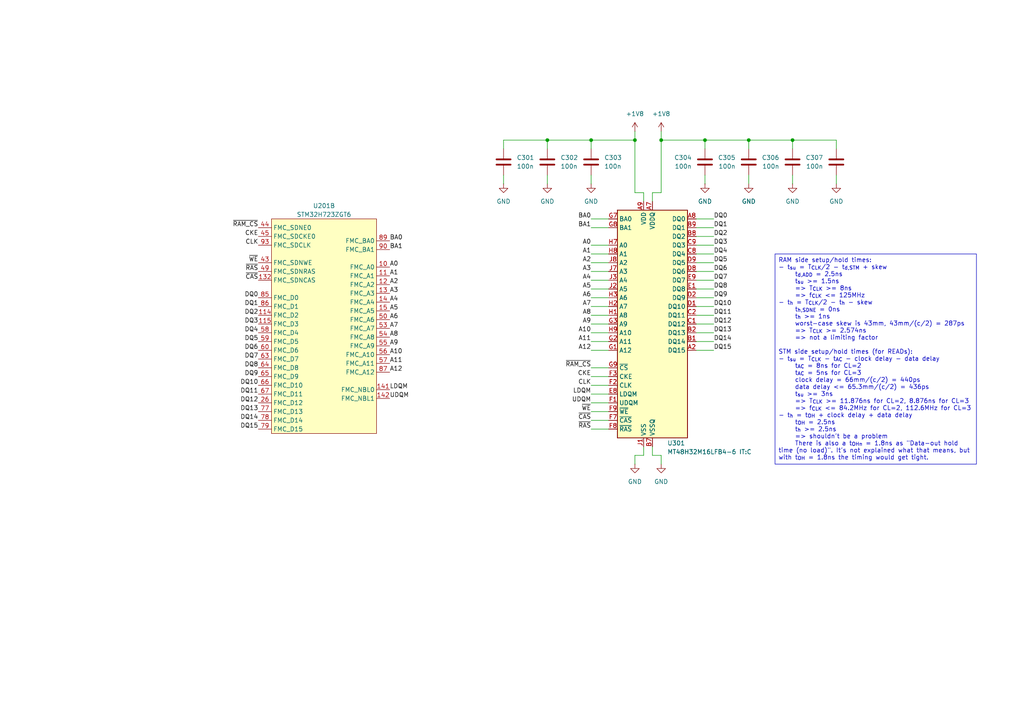
<source format=kicad_sch>
(kicad_sch (version 20231120) (generator "eeschema") (generator_version "8.0")
  (paper "A4")
  (lib_symbols
    (symbol "Device:C" (pin_numbers hide) (pin_names (offset 0.254))
      (property "Reference" "C" (at 0.635 2.54 0))
      (property "Value" "C" (at 0.635 -2.54 0))
      (symbol "C_0_1"
        (polyline (pts (xy -2.032 -0.762) (xy 2.032 -0.762)) (stroke (width 0.508)))
        (polyline (pts (xy -2.032 0.762) (xy 2.032 0.762)) (stroke (width 0.508)))
      )
      (symbol "C_1_1"
        (pin passive line (at 0 3.81 270) (length 2.794) (name "~") (number "1"))
        (pin passive line (at 0 -3.81 90) (length 2.794) (name "~") (number "2"))
      )
    )
    (symbol "FTCU:MT48H32M16LFB4-6"
      (property "Reference" "U" (at -8.89 34.29 0))
      (property "Value" "MT48H32M16LFB4-6" (at 11.684 34.544 0))
      (symbol "MT48H32M16LFB4-6_0_1"
        (rectangle (start -10.16 33.02) (end 10.16 -33.02) (stroke (width 0.254)) (fill (type background)))
      )
      (symbol "MT48H32M16LFB4-6_1_1"
        (pin passive line (at -2.54 -35.56 90) (length 2.54) hide (name "VSS") (number "A1"))
        (pin bidirectional line (at 12.7 -7.62 180) (length 2.54) (name "DQ15") (number "A2"))
        (pin passive line (at 0 -35.56 90) (length 2.54) hide (name "VSSQ") (number "A3"))
        (pin power_in line (at 0 35.56 270) (length 2.54) (name "VDDQ") (number "A7"))
        (pin bidirectional line (at 12.7 30.48 180) (length 2.54) (name "DQ0") (number "A8"))
        (pin power_in line (at -2.54 35.56 270) (length 2.54) (name "VDD") (number "A9"))
        (pin bidirectional line (at 12.7 -5.08 180) (length 2.54) (name "DQ14") (number "B1"))
        (pin bidirectional line (at 12.7 -2.54 180) (length 2.54) (name "DQ13") (number "B2"))
        (pin passive line (at 0 35.56 270) (length 2.54) hide (name "VDDQ") (number "B3"))
        (pin power_in line (at 0 -35.56 90) (length 2.54) (name "VSSQ") (number "B7"))
        (pin bidirectional line (at 12.7 25.4 180) (length 2.54) (name "DQ2") (number "B8"))
        (pin bidirectional line (at 12.7 27.94 180) (length 2.54) (name "DQ1") (number "B9"))
        (pin bidirectional line (at 12.7 0 180) (length 2.54) (name "DQ12") (number "C1"))
        (pin bidirectional line (at 12.7 2.54 180) (length 2.54) (name "DQ11") (number "C2"))
        (pin passive line (at 0 -35.56 90) (length 2.54) hide (name "VSSQ") (number "C3"))
        (pin passive line (at 0 35.56 270) (length 2.54) hide (name "VDDQ") (number "C7"))
        (pin bidirectional line (at 12.7 20.32 180) (length 2.54) (name "DQ4") (number "C8"))
        (pin bidirectional line (at 12.7 22.86 180) (length 2.54) (name "DQ3") (number "C9"))
        (pin bidirectional line (at 12.7 5.08 180) (length 2.54) (name "DQ10") (number "D1"))
        (pin bidirectional line (at 12.7 7.62 180) (length 2.54) (name "DQ9") (number "D2"))
        (pin passive line (at 0 35.56 270) (length 2.54) hide (name "VDDQ") (number "D3"))
        (pin passive line (at 0 -35.56 90) (length 2.54) hide (name "VSSQ") (number "D7"))
        (pin bidirectional line (at 12.7 15.24 180) (length 2.54) (name "DQ6") (number "D8"))
        (pin bidirectional line (at 12.7 17.78 180) (length 2.54) (name "DQ5") (number "D9"))
        (pin bidirectional line (at 12.7 10.16 180) (length 2.54) (name "DQ8") (number "E1"))
        (pin no_connect line (at 10.16 -20.32 180) (length 2.54) hide (name "DNU") (number "E2"))
        (pin passive line (at -2.54 -35.56 90) (length 2.54) hide (name "VSS") (number "E3"))
        (pin passive line (at -2.54 35.56 270) (length 2.54) hide (name "VDD") (number "E7"))
        (pin input line (at -12.7 -20.32 0) (length 2.54) (name "LDQM") (number "E8"))
        (pin bidirectional line (at 12.7 12.7 180) (length 2.54) (name "DQ7") (number "E9"))
        (pin input line (at -12.7 -22.86 0) (length 2.54) (name "UDQM") (number "F1"))
        (pin input line (at -12.7 -17.78 0) (length 2.54) (name "CLK") (number "F2"))
        (pin input line (at -12.7 -15.24 0) (length 2.54) (name "CKE") (number "F3"))
        (pin input line (at -12.7 -27.94 0) (length 2.54) (name "~{CAS}") (number "F7"))
        (pin input line (at -12.7 -30.48 0) (length 2.54) (name "~{RAS}") (number "F8"))
        (pin input line (at -12.7 -25.4 0) (length 2.54) (name "~{WE}") (number "F9"))
        (pin input line (at -12.7 -7.62 0) (length 2.54) (name "A12") (number "G1"))
        (pin input line (at -12.7 -5.08 0) (length 2.54) (name "A11") (number "G2"))
        (pin input line (at -12.7 0 0) (length 2.54) (name "A9") (number "G3"))
        (pin input line (at -12.7 30.48 0) (length 2.54) (name "BA0") (number "G7"))
        (pin input line (at -12.7 27.94 0) (length 2.54) (name "BA1") (number "G8"))
        (pin input line (at -12.7 -12.7 0) (length 2.54) (name "~{CS}") (number "G9"))
        (pin input line (at -12.7 2.54 0) (length 2.54) (name "A8") (number "H1"))
        (pin input line (at -12.7 5.08 0) (length 2.54) (name "A7") (number "H2"))
        (pin input line (at -12.7 7.62 0) (length 2.54) (name "A6") (number "H3"))
        (pin input line (at -12.7 22.86 0) (length 2.54) (name "A0") (number "H7"))
        (pin input line (at -12.7 20.32 0) (length 2.54) (name "A1") (number "H8"))
        (pin input line (at -12.7 -2.54 0) (length 2.54) (name "A10") (number "H9"))
        (pin power_in line (at -2.54 -35.56 90) (length 2.54) (name "VSS") (number "J1"))
        (pin input line (at -12.7 10.16 0) (length 2.54) (name "A5") (number "J2"))
        (pin input line (at -12.7 12.7 0) (length 2.54) (name "A4") (number "J3"))
        (pin input line (at -12.7 15.24 0) (length 2.54) (name "A3") (number "J7"))
        (pin input line (at -12.7 17.78 0) (length 2.54) (name "A2") (number "J8"))
        (pin passive line (at -2.54 35.56 270) (length 2.54) hide (name "VDD") (number "J9"))
      )
    )
    (symbol "FTCU:STM32H723ZG"
      (property "Reference" "U" (at 0 16.764 0))
      (symbol "STM32H723ZG_1_1"
        (rectangle (start -8.89 8.89) (end 7.62 -10.16) (fill (type background)))
        (pin passive line (at 1.27 12.7 270) (length 3.81) hide (name "VCAP") (number "106"))
        (pin passive line (at -1.27 -13.97 90) (length 3.81) hide (name "VSS") (number "107"))
        (pin passive line (at -6.35 12.7 270) (length 3.81) hide (name "VDD") (number "108"))
        (pin passive line (at -1.27 -13.97 90) (length 3.81) hide (name "VSS") (number "120"))
        (pin passive line (at -6.35 12.7 270) (length 3.81) hide (name "VDD") (number "121"))
        (pin passive line (at -1.27 -13.97 90) (length 3.81) hide (name "VSS") (number "130"))
        (pin passive line (at -6.35 12.7 270) (length 3.81) hide (name "VDD") (number "131"))
        (pin passive line (at -6.35 12.7 270) (length 3.81) hide (name "VDD") (number "144"))
        (pin power_in line (at -1.27 -13.97 90) (length 3.81) (name "VSS") (number "16"))
        (pin power_in line (at -6.35 12.7 270) (length 3.81) (name "VDD") (number "17"))
        (pin passive line (at -6.35 12.7 270) (length 3.81) hide (name "VDD") (number "30"))
        (pin power_in line (at 1.27 -13.97 90) (length 3.81) (name "VSSA") (number "31"))
        (pin power_out line (at 3.81 12.7 270) (length 3.81) (name "VREF+") (number "32"))
        (pin power_in line (at -3.81 12.7 270) (length 3.81) (name "VDDA") (number "33"))
        (pin passive line (at -1.27 -13.97 90) (length 3.81) hide (name "VSS") (number "38"))
        (pin passive line (at -6.35 12.7 270) (length 3.81) hide (name "VDD") (number "39"))
        (pin passive line (at -1.27 -13.97 90) (length 3.81) hide (name "VSS") (number "51"))
        (pin passive line (at -6.35 12.7 270) (length 3.81) hide (name "VDD") (number "52"))
        (pin power_in line (at 6.35 12.7 270) (length 3.81) (name "VBAT") (number "6"))
        (pin passive line (at -1.27 -13.97 90) (length 3.81) hide (name "VSS") (number "61"))
        (pin passive line (at -6.35 12.7 270) (length 3.81) hide (name "VDD") (number "62"))
        (pin power_out line (at 1.27 12.7 270) (length 3.81) (name "VCAP") (number "71"))
        (pin passive line (at -6.35 12.7 270) (length 3.81) hide (name "VDD") (number "72"))
        (pin passive line (at -1.27 -13.97 90) (length 3.81) hide (name "VSS") (number "83"))
        (pin passive line (at -6.35 12.7 270) (length 3.81) hide (name "VDD") (number "84"))
        (pin passive line (at -1.27 -13.97 90) (length 3.81) hide (name "VSS") (number "94"))
        (pin power_in line (at -1.27 12.7 270) (length 3.81) (name "VDD33USB") (number "95"))
      )
      (symbol "STM32H723ZG_2_1"
        (rectangle (start -15.24 30.48) (end 15.24 -31.75) (fill (type background)))
        (pin output line (at 19.05 16.51 180) (length 3.81) (name "FMC_A0") (number "10"))
        (pin output line (at 19.05 13.97 180) (length 3.81) (name "FMC_A1") (number "11"))
        (pin bidirectional line (at -19.05 2.54 0) (length 3.81) (name "FMC_D2") (number "114"))
        (pin bidirectional line (at -19.05 0 0) (length 3.81) (name "FMC_D3") (number "115"))
        (pin output line (at 19.05 11.43 180) (length 3.81) (name "FMC_A2") (number "12"))
        (pin output line (at 19.05 8.89 180) (length 3.81) (name "FMC_A3") (number "13"))
        (pin output line (at -19.05 12.7 0) (length 3.81) (name "FMC_SDNCAS") (number "132"))
        (pin output line (at 19.05 6.35 180) (length 3.81) (name "FMC_A4") (number "14"))
        (pin output line (at 19.05 -19.05 180) (length 3.81) (name "FMC_NBL0") (number "141"))
        (pin output line (at 19.05 -21.59 180) (length 3.81) (name "FMC_NBL1") (number "142"))
        (pin output line (at 19.05 3.81 180) (length 3.81) (name "FMC_A5") (number "15"))
        (pin bidirectional line (at -19.05 -22.86 0) (length 3.81) (name "FMC_D12") (number "26"))
        (pin output line (at -19.05 17.78 0) (length 3.81) (name "FMC_SDNWE") (number "43"))
        (pin output line (at -19.05 27.94 0) (length 3.81) (name "FMC_SDNE0") (number "44"))
        (pin output line (at -19.05 25.4 0) (length 3.81) (name "FMC_SDCKE0") (number "45"))
        (pin output line (at -19.05 15.24 0) (length 3.81) (name "FMC_SDNRAS") (number "49"))
        (pin output line (at 19.05 1.27 180) (length 3.81) (name "FMC_A6") (number "50"))
        (pin output line (at 19.05 -1.27 180) (length 3.81) (name "FMC_A7") (number "53"))
        (pin output line (at 19.05 -3.81 180) (length 3.81) (name "FMC_A8") (number "54"))
        (pin output line (at 19.05 -6.35 180) (length 3.81) (name "FMC_A9") (number "55"))
        (pin output line (at 19.05 -8.89 180) (length 3.81) (name "FMC_A10") (number "56"))
        (pin output line (at 19.05 -11.43 180) (length 3.81) (name "FMC_A11") (number "57"))
        (pin bidirectional line (at -19.05 -2.54 0) (length 3.81) (name "FMC_D4") (number "58"))
        (pin bidirectional line (at -19.05 -5.08 0) (length 3.81) (name "FMC_D5") (number "59"))
        (pin bidirectional line (at -19.05 -7.62 0) (length 3.81) (name "FMC_D6") (number "60"))
        (pin bidirectional line (at -19.05 -10.16 0) (length 3.81) (name "FMC_D7") (number "63"))
        (pin bidirectional line (at -19.05 -12.7 0) (length 3.81) (name "FMC_D8") (number "64"))
        (pin bidirectional line (at -19.05 -15.24 0) (length 3.81) (name "FMC_D9") (number "65"))
        (pin bidirectional line (at -19.05 -17.78 0) (length 3.81) (name "FMC_D10") (number "66"))
        (pin bidirectional line (at -19.05 -20.32 0) (length 3.81) (name "FMC_D11") (number "67"))
        (pin bidirectional line (at -19.05 -25.4 0) (length 3.81) (name "FMC_D13") (number "77"))
        (pin bidirectional line (at -19.05 -27.94 0) (length 3.81) (name "FMC_D14") (number "78"))
        (pin bidirectional line (at -19.05 -30.48 0) (length 3.81) (name "FMC_D15") (number "79"))
        (pin bidirectional line (at -19.05 7.62 0) (length 3.81) (name "FMC_D0") (number "85"))
        (pin bidirectional line (at -19.05 5.08 0) (length 3.81) (name "FMC_D1") (number "86"))
        (pin output line (at 19.05 -13.97 180) (length 3.81) (name "FMC_A12") (number "87"))
        (pin output line (at 19.05 24.13 180) (length 3.81) (name "FMC_BA0") (number "89"))
        (pin output line (at 19.05 21.59 180) (length 3.81) (name "FMC_BA1") (number "90"))
        (pin output line (at -19.05 22.86 0) (length 3.81) (name "FMC_SDCLK") (number "93"))
      )
      (symbol "STM32H723ZG_3_1"
        (rectangle (start -17.78 15.24) (end 17.78 -14.605) (fill (type background)))
        (pin bidirectional line (at 21.59 0 180) (length 3.81) (name "OCTOSPIM_P1_IO2") (number "1"))
        (pin bidirectional line (at -21.59 0 0) (length 3.81) (name "SDMMC1_D2") (number "111"))
        (pin bidirectional line (at -21.59 -2.54 0) (length 3.81) (name "SDMMC1_D3") (number "112"))
        (pin output line (at -21.59 12.7 0) (length 3.81) (name "SDMMC1_CK") (number "113"))
        (pin output line (at -21.59 10.16 0) (length 3.81) (name "SDMMC1_CMD") (number "116"))
        (pin input line (at -21.59 -7.62 0) (length 3.81) (name "SD_Detect") (number "117"))
        (pin output line (at 21.59 -12.7 180) (length 3.81) (name "EEPROM_WP") (number "129"))
        (pin output line (at 21.59 -7.62 180) (length 3.81) (name "I2C1_SCL") (number "136"))
        (pin tri_state line (at 21.59 -10.16 180) (length 3.81) (name "I2C1_SDA") (number "137"))
        (pin bidirectional line (at 21.59 5.08 180) (length 3.81) (name "OCTOSPIM_P1_IO0") (number "20"))
        (pin bidirectional line (at 21.59 2.54 180) (length 3.81) (name "OCTOSPIM_P1_IO1") (number "21"))
        (pin output line (at 21.59 12.7 180) (length 3.81) (name "OCTOSPIM_P1_CLK") (number "22"))
        (pin bidirectional line (at 21.59 -2.54 180) (length 3.81) (name "OCTOSPIM_P1_IO3") (number "35"))
        (pin output line (at 21.59 10.16 180) (length 3.81) (name "OCTOSPIM_P1_NCS") (number "69"))
        (pin bidirectional line (at -21.59 5.08 0) (length 3.81) (name "SDMMC1_D0") (number "98"))
        (pin bidirectional line (at -21.59 2.54 0) (length 3.81) (name "SDMMC1_D1") (number "99"))
      )
      (symbol "STM32H723ZG_4_1"
        (rectangle (start -13.97 12.7) (end 12.7 -12.7) (fill (type background)))
        (pin bidirectional line (at 16.51 7.62 180) (length 3.81) (name "DEBUG_JTMS-SWDIO") (number "105"))
        (pin input line (at 16.51 10.16 180) (length 3.81) (name "DEBUG_JTCK-SWCLK") (number "109"))
        (pin output line (at 16.51 5.08 180) (length 3.81) (name "DEBUG_JTDO-SWO") (number "133"))
        (pin input line (at 16.51 -2.54 180) (length 3.81) (name "BOOT0") (number "138"))
        (pin input line (at 16.51 -7.62 180) (length 3.81) (name "PDR_ON") (number "143"))
        (pin input line (at -17.78 -7.62 0) (length 3.81) (name "RCC_OSC_IN") (number "23"))
        (pin output line (at -17.78 -10.16 0) (length 3.81) (name "RCC_OSC_OUT") (number "24"))
        (pin bidirectional line (at 16.51 0 180) (length 3.81) (name "NRST") (number "25"))
        (pin input line (at -17.78 0 0) (length 3.81) (name "RCC_OSC32_IN") (number "8"))
        (pin output line (at -17.78 -2.54 0) (length 3.81) (name "RCC_OSC32_OUT") (number "9"))
      )
      (symbol "STM32H723ZG_5_1"
        (rectangle (start -15.24 8.89) (end 16.51 -8.89) (fill (type background)))
        (pin input line (at -19.05 -2.54 0) (length 3.81) (name "USB_OTG_HS_VBUS") (number "101"))
        (pin output line (at -19.05 -5.08 0) (length 3.81) (name "USB_EnablePullup") (number "102"))
        (pin bidirectional line (at -19.05 5.08 0) (length 3.81) (name "USB_OTG_HS_DM") (number "103"))
        (pin bidirectional line (at -19.05 2.54 0) (length 3.81) (name "USB_OTG_HS_DP") (number "104"))
        (pin input line (at 20.32 6.35 180) (length 3.81) (name "FDCAN1_RX") (number "139"))
        (pin output line (at 20.32 3.81 180) (length 3.81) (name "FDCAN1_TX") (number "140"))
        (pin input line (at 20.32 -3.81 180) (length 3.81) (name "FDCAN3_RX") (number "18"))
        (pin output line (at 20.32 -6.35 180) (length 3.81) (name "FDCAN3_TX") (number "19"))
        (pin input line (at 20.32 1.27 180) (length 3.81) (name "FDCAN2_RX") (number "73"))
        (pin output line (at 20.32 -1.27 180) (length 3.81) (name "FDCAN2_TX") (number "74"))
      )
      (symbol "STM32H723ZG_6_1"
        (rectangle (start -39.37 85.09) (end -22.86 21.59) (fill (type background)))
        (pin output line (at -43.18 53.34 0) (length 3.81) (name "MCO1") (number "100"))
        (pin no_connect line (at -43.18 50.8 0) (length 3.81) (name "PA15") (number "110"))
        (pin no_connect line (at -43.18 48.26 0) (length 3.81) (name "PD4") (number "118"))
        (pin no_connect line (at -43.18 45.72 0) (length 3.81) (name "PD5") (number "119"))
        (pin no_connect line (at -43.18 43.18 0) (length 3.81) (name "PD6") (number "122"))
        (pin no_connect line (at -43.18 40.64 0) (length 3.81) (name "PD7") (number "123"))
        (pin output line (at -19.05 34.29 180) (length 3.81) (name "STATUS1") (number "124"))
        (pin output line (at -19.05 31.75 180) (length 3.81) (name "STATUS2") (number "125"))
        (pin output line (at -19.05 29.21 180) (length 3.81) (name "STATUS3") (number "126"))
        (pin output line (at -19.05 26.67 180) (length 3.81) (name "STATUS4") (number "127"))
        (pin no_connect line (at -43.18 38.1 0) (length 3.81) (name "PG13") (number "128"))
        (pin no_connect line (at -43.18 35.56 0) (length 3.81) (name "PB4") (number "134"))
        (pin output line (at -19.05 24.13 180) (length 3.81) (name "BOOT0_CHARGE") (number "135"))
        (pin no_connect line (at -19.05 82.55 180) (length 3.81) (name "PE3") (number "2"))
        (pin no_connect line (at -19.05 69.85 180) (length 3.81) (name "PC1") (number "27"))
        (pin no_connect line (at -19.05 67.31 180) (length 3.81) (name "PC2_C") (number "28"))
        (pin no_connect line (at -19.05 64.77 180) (length 3.81) (name "PC3_C") (number "29"))
        (pin no_connect line (at -19.05 80.01 180) (length 3.81) (name "PE4") (number "3"))
        (pin no_connect line (at -19.05 62.23 180) (length 3.81) (name "PA0") (number "34"))
        (pin no_connect line (at -19.05 59.69 180) (length 3.81) (name "PA2") (number "36"))
        (pin no_connect line (at -19.05 57.15 180) (length 3.81) (name "PA3") (number "37"))
        (pin no_connect line (at -19.05 77.47 180) (length 3.81) (name "PE5") (number "4"))
        (pin no_connect line (at -19.05 54.61 180) (length 3.81) (name "PA4") (number "40"))
        (pin no_connect line (at -19.05 52.07 180) (length 3.81) (name "PA5") (number "41"))
        (pin no_connect line (at -19.05 49.53 180) (length 3.81) (name "PA6") (number "42"))
        (pin no_connect line (at -19.05 46.99 180) (length 3.81) (name "PB0") (number "46"))
        (pin no_connect line (at -19.05 44.45 180) (length 3.81) (name "PB1") (number "47"))
        (pin no_connect line (at -19.05 41.91 180) (length 3.81) (name "PB2") (number "48"))
        (pin no_connect line (at -19.05 74.93 180) (length 3.81) (name "PE6") (number "5"))
        (pin no_connect line (at -19.05 39.37 180) (length 3.81) (name "PE15") (number "68"))
        (pin no_connect line (at -19.05 72.39 180) (length 3.81) (name "PC13") (number "7"))
        (pin no_connect line (at -19.05 36.83 180) (length 3.81) (name "PB11") (number "70"))
        (pin no_connect line (at -43.18 78.74 0) (length 3.81) (name "PB14") (number "75"))
        (pin no_connect line (at -43.18 76.2 0) (length 3.81) (name "PB15") (number "76"))
        (pin no_connect line (at -43.18 73.66 0) (length 3.81) (name "PD11") (number "80"))
        (pin no_connect line (at -43.18 71.12 0) (length 3.81) (name "PD12") (number "81"))
        (pin no_connect line (at -43.18 68.58 0) (length 3.81) (name "PD13") (number "82"))
        (pin no_connect line (at -43.18 66.04 0) (length 3.81) (name "PG3") (number "88"))
        (pin no_connect line (at -43.18 63.5 0) (length 3.81) (name "PG6") (number "91"))
        (pin no_connect line (at -43.18 60.96 0) (length 3.81) (name "PG7") (number "92"))
        (pin no_connect line (at -43.18 58.42 0) (length 3.81) (name "PC6") (number "96"))
        (pin no_connect line (at -43.18 55.88 0) (length 3.81) (name "PC7") (number "97"))
      )
    )
    (symbol "power:+1V8" (power) (pin_numbers hide) (pin_names (offset 0) hide)
      (property "Value" "+1V8" (at 0 3.556 0))
      (symbol "+1V8_0_1"
        (polyline (pts (xy -0.762 1.27) (xy 0 2.54)))
        (polyline (pts (xy 0 0) (xy 0 2.54)))
        (polyline (pts (xy 0 2.54) (xy 0.762 1.27)))
      )
      (symbol "+1V8_1_1"
        (pin power_in line (at 0 0 90) (length 0) (name "~") (number "1"))
      )
    )
    (symbol "power:GND" (power) (pin_numbers hide) (pin_names (offset 0) hide)
      (property "Value" "GND" (at 0 -3.81 0))
      (symbol "GND_0_1"
        (polyline (pts (xy 0 0) (xy 0 -1.27) (xy 1.27 -1.27) (xy 0 -2.54) (xy -1.27 -1.27) (xy 0 -1.27)))
      )
      (symbol "GND_1_1"
        (pin power_in line (at 0 0 270) (length 0) (name "~") (number "1"))
      )
    )
  )
  (junction (at 171.45 40.64))
  (junction (at 204.47 40.64))
  (junction (at 184.15 40.64))
  (junction (at 217.17 40.64))
  (junction (at 158.75 40.64))
  (junction (at 191.77 40.64))
  (junction (at 229.87 40.64))
  (wire (pts (xy 207.01 99.06) (xy 201.93 99.06)))
  (wire (pts (xy 158.75 40.64) (xy 146.05 40.64)))
  (wire (pts (xy 207.01 63.5) (xy 201.93 63.5)))
  (wire (pts (xy 217.17 40.64) (xy 229.87 40.64)))
  (wire (pts (xy 171.45 78.74) (xy 176.53 78.74)))
  (wire (pts (xy 207.01 76.2) (xy 201.93 76.2)))
  (wire (pts (xy 229.87 40.64) (xy 242.57 40.64)))
  (wire (pts (xy 171.45 40.64) (xy 158.75 40.64)))
  (wire (pts (xy 171.45 114.3) (xy 176.53 114.3)))
  (wire (pts (xy 204.47 40.64) (xy 204.47 43.18)))
  (wire (pts (xy 171.45 86.36) (xy 176.53 86.36)))
  (wire (pts (xy 189.23 58.42) (xy 189.23 55.88)))
  (wire (pts (xy 171.45 40.64) (xy 171.45 43.18)))
  (wire (pts (xy 171.45 93.98) (xy 176.53 93.98)))
  (wire (pts (xy 171.45 101.6) (xy 176.53 101.6)))
  (wire (pts (xy 204.47 50.8) (xy 204.47 53.34)))
  (wire (pts (xy 171.45 109.22) (xy 176.53 109.22)))
  (wire (pts (xy 207.01 86.36) (xy 201.93 86.36)))
  (wire (pts (xy 217.17 40.64) (xy 217.17 43.18)))
  (wire (pts (xy 186.69 55.88) (xy 184.15 55.88)))
  (wire (pts (xy 207.01 81.28) (xy 201.93 81.28)))
  (wire (pts (xy 186.69 58.42) (xy 186.69 55.88)))
  (wire (pts (xy 171.45 76.2) (xy 176.53 76.2)))
  (wire (pts (xy 171.45 73.66) (xy 176.53 73.66)))
  (wire (pts (xy 242.57 40.64) (xy 242.57 43.18)))
  (wire (pts (xy 229.87 40.64) (xy 229.87 43.18)))
  (wire (pts (xy 207.01 83.82) (xy 201.93 83.82)))
  (wire (pts (xy 158.75 40.64) (xy 158.75 43.18)))
  (wire (pts (xy 171.45 99.06) (xy 176.53 99.06)))
  (wire (pts (xy 171.45 63.5) (xy 176.53 63.5)))
  (wire (pts (xy 171.45 71.12) (xy 176.53 71.12)))
  (wire (pts (xy 207.01 73.66) (xy 201.93 73.66)))
  (wire (pts (xy 204.47 40.64) (xy 217.17 40.64)))
  (wire (pts (xy 207.01 101.6) (xy 201.93 101.6)))
  (wire (pts (xy 207.01 91.44) (xy 201.93 91.44)))
  (wire (pts (xy 217.17 50.8) (xy 217.17 53.34)))
  (wire (pts (xy 171.45 96.52) (xy 176.53 96.52)))
  (wire (pts (xy 207.01 96.52) (xy 201.93 96.52)))
  (wire (pts (xy 171.45 124.46) (xy 176.53 124.46)))
  (wire (pts (xy 171.45 106.68) (xy 176.53 106.68)))
  (wire (pts (xy 186.69 132.08) (xy 184.15 132.08)))
  (wire (pts (xy 184.15 40.64) (xy 171.45 40.64)))
  (wire (pts (xy 207.01 66.04) (xy 201.93 66.04)))
  (wire (pts (xy 146.05 40.64) (xy 146.05 43.18)))
  (wire (pts (xy 171.45 66.04) (xy 176.53 66.04)))
  (wire (pts (xy 184.15 55.88) (xy 184.15 40.64)))
  (wire (pts (xy 171.45 111.76) (xy 176.53 111.76)))
  (wire (pts (xy 189.23 129.54) (xy 189.23 132.08)))
  (wire (pts (xy 207.01 68.58) (xy 201.93 68.58)))
  (wire (pts (xy 171.45 81.28) (xy 176.53 81.28)))
  (wire (pts (xy 229.87 50.8) (xy 229.87 53.34)))
  (wire (pts (xy 158.75 50.8) (xy 158.75 53.34)))
  (wire (pts (xy 171.45 121.92) (xy 176.53 121.92)))
  (wire (pts (xy 171.45 88.9) (xy 176.53 88.9)))
  (wire (pts (xy 207.01 71.12) (xy 201.93 71.12)))
  (wire (pts (xy 171.45 116.84) (xy 176.53 116.84)))
  (wire (pts (xy 184.15 132.08) (xy 184.15 134.62)))
  (wire (pts (xy 191.77 132.08) (xy 191.77 134.62)))
  (wire (pts (xy 207.01 88.9) (xy 201.93 88.9)))
  (wire (pts (xy 186.69 129.54) (xy 186.69 132.08)))
  (wire (pts (xy 171.45 83.82) (xy 176.53 83.82)))
  (wire (pts (xy 171.45 50.8) (xy 171.45 53.34)))
  (wire (pts (xy 171.45 91.44) (xy 176.53 91.44)))
  (wire (pts (xy 171.45 119.38) (xy 176.53 119.38)))
  (wire (pts (xy 189.23 132.08) (xy 191.77 132.08)))
  (wire (pts (xy 146.05 50.8) (xy 146.05 53.34)))
  (wire (pts (xy 242.57 50.8) (xy 242.57 53.34)))
  (wire (pts (xy 191.77 40.64) (xy 204.47 40.64)))
  (wire (pts (xy 191.77 55.88) (xy 191.77 40.64)))
  (wire (pts (xy 191.77 40.64) (xy 191.77 38.1)))
  (wire (pts (xy 184.15 40.64) (xy 184.15 38.1)))
  (wire (pts (xy 207.01 93.98) (xy 201.93 93.98)))
  (wire (pts (xy 207.01 78.74) (xy 201.93 78.74)))
  (wire (pts (xy 189.23 55.88) (xy 191.77 55.88)))
  (text_box "RAM side setup/hold times:\n- t_{su} = T_{CLK}/2 - t_{d,STM} + skew\n	t_{d,ADD} = 2.5ns\n	t_{su} >= 1.5ns\n	=> T_{CLK} >= 8ns\n	=> f_{CLK} <= 125MHz\n- t_{h} = T_{CLK}/2 - t_{h} - skew\n	t_{h,SDNE} = 0ns\n	t_{h} >= 1ns\n	worst-case skew is 43mm, 43mm/(c/2) = 287ps\n	=> T_{CLK} >= 2.574ns\n	=> not a limiting factor\n\nSTM side setup/hold times (for READs):\n- t_{su} = T_{CLK} - t_{AC} - clock delay - data delay\n	t_{AC} = 8ns for CL=2\n	t_{AC} = 5ns for CL=3\n	clock delay = 66mm/(c/2) = 440ps\n	data delay <= 65.3mm/(c/2) = 436ps\n	t_{su} >= 3ns\n	=> T_{CLK} >= 11.876ns for CL=2, 8.876ns for CL=3\n	=> f_{CLK} <= 84.2MHz for CL=2, 112.6MHz for CL=3\n- t_{h} = t_{OH} + clock delay + data delay\n	t_{OH} = 2.5ns\n	t_{h} >= 2.5ns\n	=> shouldn't be a problem\n	There is also a t_{OHn} = 1.8ns as \"Data-out hold time (no load)\". It's not explained what that means, but with t_{OH} = 1.8ns the timing would get tight." (at 224.79 73.66 0) (size 58.42 60.96) (effects (font (size 1.27 1.27)) (justify left top)))
  (label "DQ8" (at 74.93 106.68 180))
  (label "A12" (at 113.03 107.95 0))
  (label "UDQM" (at 171.45 116.84 180))
  (label "A8" (at 113.03 97.79 0))
  (label "DQ8" (at 207.01 83.82 0))
  (label "DQ6" (at 207.01 78.74 0))
  (label "A10" (at 113.03 102.87 0))
  (label "A9" (at 171.45 93.98 180))
  (label "DQ15" (at 207.01 101.6 0))
  (label "DQ10" (at 207.01 88.9 0))
  (label "DQ14" (at 74.93 121.92 180))
  (label "BA0" (at 171.45 63.5 180) (effects (font (thickness 0.1588))))
  (label "UDQM" (at 113.03 115.57 0))
  (label "DQ14" (at 207.01 99.06 0))
  (label "A8" (at 171.45 91.44 180))
  (label "DQ10" (at 74.93 111.76 180))
  (label "BA1" (at 113.03 72.39 0) (effects (font (thickness 0.1588))))
  (label "DQ0" (at 74.93 86.36 180))
  (label "DQ4" (at 74.93 96.52 180))
  (label "~{RAS}" (at 74.93 78.74 180))
  (label "A6" (at 171.45 86.36 180))
  (label "CLK" (at 74.93 71.12 180))
  (label "DQ5" (at 207.01 76.2 0))
  (label "A0" (at 113.03 77.47 0) (effects (font (thickness 0.1588))))
  (label "A1" (at 113.03 80.01 0))
  (label "DQ2" (at 207.01 68.58 0))
  (label "~{WE}" (at 74.93 76.2 180))
  (label "~{CAS}" (at 74.93 81.28 180))
  (label "A3" (at 113.03 85.09 0))
  (label "DQ12" (at 207.01 93.98 0))
  (label "~{WE}" (at 171.45 119.38 180))
  (label "CLK" (at 171.45 111.76 180))
  (label "DQ9" (at 74.93 109.22 180))
  (label "CKE" (at 171.45 109.22 180))
  (label "A10" (at 171.45 96.52 180))
  (label "A2" (at 113.03 82.55 0))
  (label "CKE" (at 74.93 68.58 180))
  (label "DQ5" (at 74.93 99.06 180))
  (label "BA0" (at 113.03 69.85 0) (effects (font (thickness 0.1588))))
  (label "DQ15" (at 74.93 124.46 180))
  (label "DQ13" (at 207.01 96.52 0))
  (label "A11" (at 113.03 105.41 0))
  (label "A7" (at 171.45 88.9 180))
  (label "DQ9" (at 207.01 86.36 0))
  (label "A4" (at 113.03 87.63 0))
  (label "DQ6" (at 74.93 101.6 180))
  (label "A3" (at 171.45 78.74 180))
  (label "~{RAS}" (at 171.45 124.46 180))
  (label "DQ3" (at 207.01 71.12 0))
  (label "DQ12" (at 74.93 116.84 180))
  (label "LDQM" (at 171.45 114.3 180))
  (label "A5" (at 113.03 90.17 0))
  (label "DQ2" (at 74.93 91.44 180))
  (label "DQ1" (at 207.01 66.04 0))
  (label "A4" (at 171.45 81.28 180))
  (label "A9" (at 113.03 100.33 0))
  (label "~{CAS}" (at 171.45 121.92 180))
  (label "DQ1" (at 74.93 88.9 180))
  (label "BA1" (at 171.45 66.04 180) (effects (font (thickness 0.1588))))
  (label "~{RAM_CS}" (at 171.45 106.68 180))
  (label "A11" (at 171.45 99.06 180))
  (label "DQ7" (at 207.01 81.28 0))
  (label "~{RAM_CS}" (at 74.93 66.04 180))
  (label "A7" (at 113.03 95.25 0))
  (label "DQ0" (at 207.01 63.5 0))
  (label "A6" (at 113.03 92.71 0))
  (label "DQ3" (at 74.93 93.98 180))
  (label "DQ7" (at 74.93 104.14 180))
  (label "A1" (at 171.45 73.66 180))
  (label "LDQM" (at 113.03 113.03 0))
  (label "A2" (at 171.45 76.2 180))
  (label "DQ11" (at 74.93 114.3 180))
  (label "A12" (at 171.45 101.6 180))
  (label "DQ13" (at 74.93 119.38 180))
  (label "DQ11" (at 207.01 91.44 0))
  (label "A0" (at 171.45 71.12 180) (effects (font (thickness 0.1588))))
  (label "DQ4" (at 207.01 73.66 0))
  (label "A5" (at 171.45 83.82 180))
  (symbol (lib_id "Device:C") (at 204.47 46.99 0) (mirror x) (unit 1)
    (property "Reference" "C304" (at 200.66 45.7199 0) (effects (justify right)))
    (property "Value" "100n" (at 200.66 48.2599 0) (effects (justify right)))
    (property "Footprint" "Capacitor_SMD:C_0402_1005Metric" (effects (hide yes)))
    (property "Description" "Unpolarized capacitor" (effects (hide yes)))
  )
  (symbol (lib_id "power:+1V8") (at 191.77 38.1 0) (unit 1)
    (property "Reference" "#PWR0302" (effects (hide yes)))
    (property "Value" "+1V8" (at 191.77 33.02 0))
    (property "Description" "Power symbol creates a global label with name \"+1V8\"" (effects (hide yes)))
  )
  (symbol (lib_id "power:GND") (at 191.77 134.62 0) (unit 1)
    (property "Reference" "#PWR0311" (effects (hide yes)))
    (property "Value" "GND" (at 191.77 139.7 0))
    (property "Description" "Power symbol creates a global label with name \"GND\" , ground" (effects (hide yes)))
  )
  (symbol (lib_id "Device:C") (at 242.57 46.99 0) (mirror x) (unit 1)
    (property "Reference" "C307" (at 238.76 45.7199 0) (effects (justify right)))
    (property "Value" "100n" (at 238.76 48.2599 0) (effects (justify right)))
    (property "Footprint" "Capacitor_SMD:C_0402_1005Metric" (effects (hide yes)))
    (property "Description" "Unpolarized capacitor" (effects (hide yes)))
  )
  (symbol (lib_id "Device:C") (at 158.75 46.99 180) (unit 1)
    (property "Reference" "C302" (at 162.56 45.7199 0) (effects (justify right)))
    (property "Value" "100n" (at 162.56 48.2599 0) (effects (justify right)))
    (property "Footprint" "Capacitor_SMD:C_0402_1005Metric" (effects (hide yes)))
    (property "Description" "Unpolarized capacitor" (effects (hide yes)))
  )
  (symbol (lib_id "power:GND") (at 158.75 53.34 0) (unit 1)
    (property "Reference" "#PWR0304" (effects (hide yes)))
    (property "Value" "GND" (at 158.75 58.42 0))
    (property "Description" "Power symbol creates a global label with name \"GND\" , ground" (effects (hide yes)))
  )
  (symbol (lib_id "power:GND") (at 204.47 53.34 0) (mirror y) (unit 1)
    (property "Reference" "#PWR0306" (effects (hide yes)))
    (property "Value" "GND" (at 204.47 58.42 0))
    (property "Description" "Power symbol creates a global label with name \"GND\" , ground" (effects (hide yes)))
  )
  (symbol (lib_id "FTCU:STM32H723ZG") (at 93.98 93.98 0) (unit 2)
    (property "Reference" "U201" (at 93.98 59.69 0))
    (property "Value" "STM32H723ZGT6" (at 93.98 62.23 0))
    (property "Footprint" "Package_QFP:LQFP-144_20x20mm_P0.5mm" (effects (hide yes)))
    (property "Datasheet" "https://www.st.com/resource/en/datasheet/stm32h723zg.pdf" (effects (hide yes)))
  )
  (symbol (lib_id "Device:C") (at 146.05 46.99 180) (unit 1)
    (property "Reference" "C301" (at 149.86 45.7199 0) (effects (justify right)))
    (property "Value" "100n" (at 149.86 48.2599 0) (effects (justify right)))
    (property "Footprint" "Capacitor_SMD:C_0402_1005Metric" (effects (hide yes)))
    (property "Description" "Unpolarized capacitor" (effects (hide yes)))
  )
  (symbol (lib_id "power:+1V8") (at 184.15 38.1 0) (unit 1)
    (property "Reference" "#PWR0301" (effects (hide yes)))
    (property "Value" "+1V8" (at 184.15 33.02 0))
    (property "Description" "Power symbol creates a global label with name \"+1V8\"" (effects (hide yes)))
  )
  (symbol (lib_id "power:GND") (at 171.45 53.34 0) (unit 1)
    (property "Reference" "#PWR0305" (effects (hide yes)))
    (property "Value" "GND" (at 171.45 58.42 0))
    (property "Description" "Power symbol creates a global label with name \"GND\" , ground" (effects (hide yes)))
  )
  (symbol (lib_id "power:GND") (at 146.05 53.34 0) (unit 1)
    (property "Reference" "#PWR0303" (effects (hide yes)))
    (property "Value" "GND" (at 146.05 58.42 0))
    (property "Description" "Power symbol creates a global label with name \"GND\" , ground" (effects (hide yes)))
  )
  (symbol (lib_id "Device:C") (at 171.45 46.99 180) (unit 1)
    (property "Reference" "C303" (at 175.26 45.7199 0) (effects (justify right)))
    (property "Value" "100n" (at 175.26 48.2599 0) (effects (justify right)))
    (property "Footprint" "Capacitor_SMD:C_0402_1005Metric" (effects (hide yes)))
    (property "Description" "Unpolarized capacitor" (effects (hide yes)))
  )
  (symbol (lib_id "power:GND") (at 229.87 53.34 0) (mirror y) (unit 1)
    (property "Reference" "#PWR0308" (effects (hide yes)))
    (property "Value" "GND" (at 229.87 58.42 0))
    (property "Description" "Power symbol creates a global label with name \"GND\" , ground" (effects (hide yes)))
  )
  (symbol (lib_id "Device:C") (at 217.17 46.99 0) (mirror x) (unit 1)
    (property "Reference" "C305" (at 213.36 45.7199 0) (effects (justify right)))
    (property "Value" "100n" (at 213.36 48.2599 0) (effects (justify right)))
    (property "Footprint" "Capacitor_SMD:C_0402_1005Metric" (effects (hide yes)))
    (property "Description" "Unpolarized capacitor" (effects (hide yes)))
  )
  (symbol (lib_id "power:GND") (at 184.15 134.62 0) (unit 1)
    (property "Reference" "#PWR0310" (effects (hide yes)))
    (property "Value" "GND" (at 184.15 139.7 0))
    (property "Description" "Power symbol creates a global label with name \"GND\" , ground" (effects (hide yes)))
  )
  (symbol (lib_id "power:GND") (at 242.57 53.34 0) (mirror y) (unit 1)
    (property "Reference" "#PWR0309" (effects (hide yes)))
    (property "Value" "GND" (at 242.57 58.42 0))
    (property "Description" "Power symbol creates a global label with name \"GND\" , ground" (effects (hide yes)))
  )
  (symbol (lib_id "Device:C") (at 229.87 46.99 0) (mirror x) (unit 1)
    (property "Reference" "C306" (at 226.06 45.7199 0) (effects (justify right)))
    (property "Value" "100n" (at 226.06 48.2599 0) (effects (justify right)))
    (property "Footprint" "Capacitor_SMD:C_0402_1005Metric" (effects (hide yes)))
    (property "Description" "Unpolarized capacitor" (effects (hide yes)))
  )
  (symbol (lib_id "power:GND") (at 217.17 53.34 0) (mirror y) (unit 1)
    (property "Reference" "#PWR0307" (effects (hide yes)))
    (property "Value" "GND" (at 217.17 58.42 0))
    (property "Description" "Power symbol creates a global label with name \"GND\" , ground" (effects (hide yes)))
  )
  (symbol (lib_id "FTCU:MT48H32M16LFB4-6") (at 189.23 93.98 0) (unit 1)
    (property "Reference" "U301" (at 193.548 128.524 0) (effects (justify left)))
    (property "Value" "MT48H32M16LFB4-6 IT:C" (at 193.548 131.064 0) (effects (justify left)))
    (property "Footprint" "FTCU:Micron_VFBGA-54_8x8mm_P0.8mm" (effects (hide yes)))
    (property "Datasheet" "https://wmsc.lcsc.com/wmsc/upload/file/pdf/v2/lcsc/2403291624_Micron-Tech-MT48H32M16LFB4-6-IT-C-TR_C2061935.pdf" (effects (hide yes)))
    (property "Description" "512M – (32M x 16 bit) Synchronous DRAM (SDRAM), VFBGA-54" (effects (hide yes)))
  )
)
</source>
